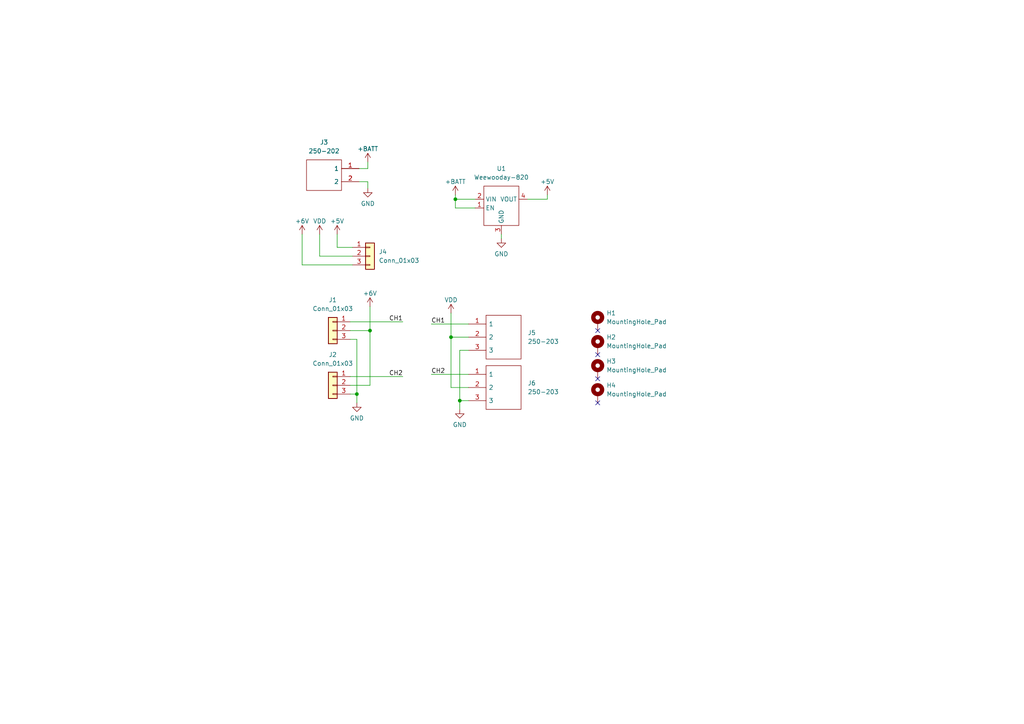
<source format=kicad_sch>
(kicad_sch (version 20211123) (generator eeschema)
  (paper "A4")
  (lib_symbols
    (symbol "Appreciate:250-202" (pin_names (offset 0.762))
      (property "Reference" "J" (at 16.51 7.62 0))
      (property "Value" "250-202" (at 16.51 5.08 0))
      (symbol "250-202_0_0"
        (pin passive line (at 0 0 0) (length 5.08) (name "1") (number "1"))
        (pin passive line (at 0 -3.81 0) (length 5.08) (name "2") (number "2"))
      )
      (symbol "250-202_0_1"
        (polyline (pts (xy 5.08 2.54) (xy 15.24 2.54) (xy 15.24 -6.35) (xy 5.08 -6.35) (xy 5.08 2.54)) (stroke (width 0.1524)))
      )
    )
    (symbol "Appreciate:250-203" (pin_names (offset 0.762))
      (property "Reference" "J" (at 16.51 7.62 0))
      (property "Value" "250-203" (at 16.51 5.08 0))
      (symbol "250-203_0_0"
        (pin passive line (at 0 0 0) (length 5.08) (name "1") (number "1"))
        (pin passive line (at 0 -3.81 0) (length 5.08) (name "2") (number "2"))
        (pin passive line (at 0 -7.62 0) (length 5.08) (name "3") (number "3"))
      )
      (symbol "250-203_0_1"
        (polyline (pts (xy 5.08 2.54) (xy 15.24 2.54) (xy 15.24 -10.16) (xy 5.08 -10.16) (xy 5.08 2.54)) (stroke (width 0.1524)))
      )
    )
    (symbol "Appreciate:Weewooday-820"
      (property "Reference" "U" (at 0 10.16 0))
      (property "Value" "Weewooday-820" (at 0 13.97 0))
      (symbol "Weewooday-820_0_1"
        (rectangle (start -5.08 11.43) (end 5.08 0))
      )
      (symbol "Weewooday-820_1_1"
        (pin input line (at -7.62 5.08 0) (length 2.54) (name "EN") (number "1"))
        (pin power_in line (at -7.62 7.62 0) (length 2.54) (name "VIN") (number "2"))
        (pin input line (at 0 -2.54 90) (length 2.54) (name "GND") (number "3"))
        (pin power_out line (at 7.62 7.62 180) (length 2.54) (name "VOUT") (number "4"))
      )
    )
    (symbol "Connector_Generic:Conn_01x03" (pin_names (offset 1.016) hide)
      (property "Reference" "J" (at 0 5.08 0))
      (property "Value" "Conn_01x03" (at 0 -5.08 0))
      (symbol "Conn_01x03_1_1"
        (rectangle (start -1.27 -2.413) (end 0 -2.667) (stroke (width 0.1524)))
        (rectangle (start -1.27 0.127) (end 0 -0.127) (stroke (width 0.1524)))
        (rectangle (start -1.27 2.667) (end 0 2.413) (stroke (width 0.1524)))
        (rectangle (start -1.27 3.81) (end 1.27 -3.81) (stroke (width 0.254)) (fill (type background)))
        (pin passive line (at -5.08 2.54 0) (length 3.81) (name "Pin_1") (number "1"))
        (pin passive line (at -5.08 0 0) (length 3.81) (name "Pin_2") (number "2"))
        (pin passive line (at -5.08 -2.54 0) (length 3.81) (name "Pin_3") (number "3"))
      )
    )
    (symbol "Mechanical:MountingHole_Pad" (pin_numbers hide) (pin_names (offset 1.016) hide)
      (property "Reference" "H" (at 0 6.35 0))
      (property "Value" "MountingHole_Pad" (at 0 4.445 0))
      (symbol "MountingHole_Pad_0_1"
        (circle (center 0 1.27) (radius 1.27) (stroke (width 1.27)))
      )
      (symbol "MountingHole_Pad_1_1"
        (pin input line (at 0 -2.54 90) (length 2.54) (name "1") (number "1"))
      )
    )
    (symbol "power:+5V" (power) (pin_names (offset 0))
      (property "Value" "+5V" (at 0 3.556 0))
      (symbol "+5V_0_1"
        (polyline (pts (xy -0.762 1.27) (xy 0 2.54)))
        (polyline (pts (xy 0 0) (xy 0 2.54)))
        (polyline (pts (xy 0 2.54) (xy 0.762 1.27)))
      )
      (symbol "+5V_1_1"
        (pin power_in line (at 0 0 90) (length 0) hide (name "+5V") (number "1"))
      )
    )
    (symbol "power:+6V" (power) (pin_names (offset 0))
      (property "Value" "+6V" (at 0 3.556 0))
      (symbol "+6V_0_1"
        (polyline (pts (xy -0.762 1.27) (xy 0 2.54)))
        (polyline (pts (xy 0 0) (xy 0 2.54)))
        (polyline (pts (xy 0 2.54) (xy 0.762 1.27)))
      )
      (symbol "+6V_1_1"
        (pin power_in line (at 0 0 90) (length 0) hide (name "+6V") (number "1"))
      )
    )
    (symbol "power:+BATT" (power) (pin_names (offset 0))
      (property "Value" "+BATT" (at 0 3.556 0))
      (symbol "+BATT_0_1"
        (polyline (pts (xy -0.762 1.27) (xy 0 2.54)))
        (polyline (pts (xy 0 0) (xy 0 2.54)))
        (polyline (pts (xy 0 2.54) (xy 0.762 1.27)))
      )
      (symbol "+BATT_1_1"
        (pin power_in line (at 0 0 90) (length 0) hide (name "+BATT") (number "1"))
      )
    )
    (symbol "power:GND" (power) (pin_names (offset 0))
      (property "Value" "GND" (at 0 -3.81 0))
      (symbol "GND_0_1"
        (polyline (pts (xy 0 0) (xy 0 -1.27) (xy 1.27 -1.27) (xy 0 -2.54) (xy -1.27 -1.27) (xy 0 -1.27)))
      )
      (symbol "GND_1_1"
        (pin power_in line (at 0 0 270) (length 0) hide (name "GND") (number "1"))
      )
    )
    (symbol "power:VDD" (power) (pin_names (offset 0))
      (property "Value" "VDD" (at 0 3.81 0))
      (symbol "VDD_0_1"
        (polyline (pts (xy -0.762 1.27) (xy 0 2.54)))
        (polyline (pts (xy 0 0) (xy 0 2.54)))
        (polyline (pts (xy 0 2.54) (xy 0.762 1.27)))
      )
      (symbol "VDD_1_1"
        (pin power_in line (at 0 0 90) (length 0) hide (name "VDD") (number "1"))
      )
    )
  )
  (junction (at 103.505 114.3))
  (junction (at 130.81 97.79))
  (junction (at 132.08 57.785))
  (junction (at 133.35 116.205))
  (junction (at 107.315 95.885))
  (no_connect (at 173.355 95.885))
  (no_connect (at 173.355 102.87))
  (no_connect (at 173.355 109.855))
  (no_connect (at 173.355 116.84))
  (wire (pts (xy 107.315 95.885) (xy 107.315 111.76)))
  (wire (pts (xy 107.315 88.9) (xy 107.315 95.885)))
  (wire (pts (xy 101.6 95.885) (xy 107.315 95.885)))
  (wire (pts (xy 103.505 98.425) (xy 103.505 114.3)))
  (wire (pts (xy 132.08 57.785) (xy 137.795 57.785)))
  (wire (pts (xy 133.35 116.205) (xy 133.35 101.6)))
  (wire (pts (xy 106.68 46.99) (xy 106.68 48.895)))
  (wire (pts (xy 92.71 74.295) (xy 92.71 67.945)))
  (wire (pts (xy 132.08 57.785) (xy 132.08 60.325)))
  (wire (pts (xy 101.6 114.3) (xy 103.505 114.3)))
  (wire (pts (xy 103.505 114.3) (xy 103.505 116.84)))
  (wire (pts (xy 102.235 74.295) (xy 92.71 74.295)))
  (wire (pts (xy 132.08 60.325) (xy 137.795 60.325)))
  (wire (pts (xy 101.6 109.22) (xy 116.84 109.22)))
  (wire (pts (xy 145.415 67.945) (xy 145.415 69.215)))
  (wire (pts (xy 125.095 108.585) (xy 135.89 108.585)))
  (wire (pts (xy 135.89 112.395) (xy 130.81 112.395)))
  (wire (pts (xy 130.81 97.79) (xy 135.89 97.79)))
  (wire (pts (xy 133.35 118.745) (xy 133.35 116.205)))
  (wire (pts (xy 133.35 116.205) (xy 135.89 116.205)))
  (wire (pts (xy 101.6 93.345) (xy 116.84 93.345)))
  (wire (pts (xy 158.75 56.515) (xy 158.75 57.785)))
  (wire (pts (xy 132.08 56.515) (xy 132.08 57.785)))
  (wire (pts (xy 133.35 101.6) (xy 135.89 101.6)))
  (wire (pts (xy 101.6 98.425) (xy 103.505 98.425)))
  (wire (pts (xy 130.81 112.395) (xy 130.81 97.79)))
  (wire (pts (xy 97.79 71.755) (xy 97.79 67.945)))
  (wire (pts (xy 130.81 90.805) (xy 130.81 97.79)))
  (wire (pts (xy 106.68 52.705) (xy 106.68 54.61)))
  (wire (pts (xy 106.68 48.895) (xy 104.14 48.895)))
  (wire (pts (xy 107.315 111.76) (xy 101.6 111.76)))
  (wire (pts (xy 102.235 71.755) (xy 97.79 71.755)))
  (wire (pts (xy 125.095 93.98) (xy 135.89 93.98)))
  (wire (pts (xy 104.14 52.705) (xy 106.68 52.705)))
  (wire (pts (xy 158.75 57.785) (xy 153.035 57.785)))
  (wire (pts (xy 87.63 76.835) (xy 102.235 76.835)))
  (wire (pts (xy 87.63 67.945) (xy 87.63 76.835)))
  (label "CH2" (at 125.095 108.585 0))
  (label "CH2" (at 116.84 109.22 180))
  (label "CH1" (at 125.095 93.98 0))
  (label "CH1" (at 116.84 93.345 180))
  (symbol (lib_id "Appreciate:250-203") (at 135.89 93.98 0) (unit 1)
    (property "Reference" "J5" (at 153.035 96.5199 0) (effects (justify left)))
    (property "Value" "250-203" (at 153.035 99.0599 0) (effects (justify left)))
    (property "Footprint" "Appreciate:250-203_1" (effects hide))
    (property "Datasheet" "https://componentsearchengine.com/Datasheets/2/250-203.pdf" (effects hide))
    (property "Description" "WAGO - 250-203. - TERMINAL BLOCK, WIRE TO BRD, 3POS, 16AWG" (effects hide))
    (property "Manufacturer_Name" "Wago" (effects hide))
    (property "Manufacturer_Part_Number" "250-203" (effects hide))
  )
  (symbol (lib_id "power:+6V") (at 87.63 67.945 0) (unit 1)
    (property "Reference" "#PWR01" (effects hide))
    (property "Value" "+6V" (at 87.63 64.135 0))
  )
  (symbol (lib_id "power:GND") (at 103.505 116.84 0) (unit 1)
    (property "Reference" "#PWR04" (effects hide))
    (property "Value" "GND" (at 103.505 121.285 0))
  )
  (symbol (lib_id "power:+BATT") (at 106.68 46.99 0) (unit 1)
    (property "Reference" "#PWR05" (effects hide))
    (property "Value" "+BATT" (at 106.68 43.18 0))
  )
  (symbol (lib_id "Mechanical:MountingHole_Pad") (at 173.355 107.315 0) (unit 1)
    (property "Reference" "H3" (at 175.895 104.7749 0) (effects (justify left)))
    (property "Value" "MountingHole_Pad" (at 175.895 107.3149 0) (effects (justify left)))
    (property "Footprint" "MountingHole:MountingHole_2.2mm_M2_ISO7380_Pad" (effects hide))
  )
  (symbol (lib_id "Mechanical:MountingHole_Pad") (at 173.355 100.33 0) (unit 1)
    (property "Reference" "H2" (at 175.895 97.7899 0) (effects (justify left)))
    (property "Value" "MountingHole_Pad" (at 175.895 100.3299 0) (effects (justify left)))
    (property "Footprint" "MountingHole:MountingHole_2.2mm_M2_ISO7380_Pad" (effects hide))
  )
  (symbol (lib_id "power:GND") (at 145.415 69.215 0) (unit 1)
    (property "Reference" "#PWR010" (effects hide))
    (property "Value" "GND" (at 145.415 73.66 0))
  )
  (symbol (lib_id "Connector_Generic:Conn_01x03") (at 107.315 74.295 0) (unit 1)
    (property "Reference" "J4" (at 109.855 73.0249 0) (effects (justify left)))
    (property "Value" "Conn_01x03" (at 109.855 75.5649 0) (effects (justify left)))
    (property "Footprint" "Connector_PinHeader_2.54mm:PinHeader_1x03_P2.54mm_Vertical" (effects hide))
  )
  (symbol (lib_id "Appreciate:Weewooday-820") (at 145.415 65.405 0) (unit 1)
    (property "Reference" "U1" (at 145.415 48.895 0))
    (property "Value" "Weewooday-820" (at 145.415 51.435 0))
    (property "Footprint" "Appreciate:Weewooday-820" (effects hide))
  )
  (symbol (lib_id "Connector_Generic:Conn_01x03") (at 96.52 95.885 0) (mirror y) (unit 1)
    (property "Reference" "J1" (at 96.52 86.995 0))
    (property "Value" "Conn_01x03" (at 96.52 89.535 0))
    (property "Footprint" "Connector_PinHeader_2.54mm:PinHeader_1x03_P2.54mm_Vertical" (effects hide))
  )
  (symbol (lib_id "power:+5V") (at 158.75 56.515 0) (unit 1)
    (property "Reference" "#PWR011" (effects hide))
    (property "Value" "+5V" (at 158.75 52.705 0))
  )
  (symbol (lib_id "Appreciate:250-202") (at 104.14 48.895 0) (mirror y) (unit 1)
    (property "Reference" "J3" (at 93.98 41.275 0))
    (property "Value" "250-202" (at 93.98 43.815 0))
    (property "Footprint" "Appreciate:250202" (effects hide))
    (property "Datasheet" "https://www.wago.com/gb/pcb-terminal-blocks-and-pluggable-connectors/1-conductor-pcb-terminal-strip/p/250-202" (effects hide))
    (property "Description" "Wago 250 Series, Female 2 Pole 2 Way PCB Terminal Strip, PCB Mount" (effects hide))
    (property "Height" "13.1" (effects hide))
    (property "Manufacturer_Name" "Wago" (effects hide))
    (property "Manufacturer_Part_Number" "250-202" (effects hide))
  )
  (symbol (lib_id "power:GND") (at 133.35 118.745 0) (unit 1)
    (property "Reference" "#PWR09" (effects hide))
    (property "Value" "GND" (at 133.35 123.19 0))
  )
  (symbol (lib_id "Mechanical:MountingHole_Pad") (at 173.355 93.345 0) (unit 1)
    (property "Reference" "H1" (at 175.895 90.8049 0) (effects (justify left)))
    (property "Value" "MountingHole_Pad" (at 175.895 93.3449 0) (effects (justify left)))
    (property "Footprint" "MountingHole:MountingHole_2.2mm_M2_ISO7380_Pad" (effects hide))
  )
  (symbol (lib_id "Appreciate:250-203") (at 135.89 108.585 0) (unit 1)
    (property "Reference" "J6" (at 153.035 111.1249 0) (effects (justify left)))
    (property "Value" "250-203" (at 153.035 113.6649 0) (effects (justify left)))
    (property "Footprint" "Appreciate:250-203_1" (effects hide))
    (property "Datasheet" "https://componentsearchengine.com/Datasheets/2/250-203.pdf" (effects hide))
    (property "Description" "WAGO - 250-203. - TERMINAL BLOCK, WIRE TO BRD, 3POS, 16AWG" (effects hide))
    (property "Manufacturer_Name" "Wago" (effects hide))
    (property "Manufacturer_Part_Number" "250-203" (effects hide))
  )
  (symbol (lib_id "power:VDD") (at 130.81 90.805 0) (unit 1)
    (property "Reference" "#PWR07" (effects hide))
    (property "Value" "VDD" (at 130.81 86.995 0))
  )
  (symbol (lib_id "Connector_Generic:Conn_01x03") (at 96.52 111.76 0) (mirror y) (unit 1)
    (property "Reference" "J2" (at 96.52 102.87 0))
    (property "Value" "Conn_01x03" (at 96.52 105.41 0))
    (property "Footprint" "Connector_PinHeader_2.54mm:PinHeader_1x03_P2.54mm_Vertical" (effects hide))
  )
  (symbol (lib_id "Mechanical:MountingHole_Pad") (at 173.355 114.3 0) (unit 1)
    (property "Reference" "H4" (at 175.895 111.7599 0) (effects (justify left)))
    (property "Value" "MountingHole_Pad" (at 175.895 114.2999 0) (effects (justify left)))
    (property "Footprint" "MountingHole:MountingHole_2.2mm_M2_ISO7380_Pad" (effects hide))
  )
  (symbol (lib_id "power:GND") (at 106.68 54.61 0) (unit 1)
    (property "Reference" "#PWR06" (effects hide))
    (property "Value" "GND" (at 106.68 59.055 0))
  )
  (symbol (lib_id "power:VDD") (at 92.71 67.945 0) (unit 1)
    (property "Reference" "#PWR02" (effects hide))
    (property "Value" "VDD" (at 92.71 64.135 0))
  )
  (symbol (lib_id "power:+5V") (at 97.79 67.945 0) (unit 1)
    (property "Reference" "#PWR03" (effects hide))
    (property "Value" "+5V" (at 97.79 64.135 0))
  )
  (symbol (lib_id "power:+6V") (at 107.315 88.9 0) (unit 1)
    (property "Reference" "#PWR?" (effects hide))
    (property "Value" "+6V" (at 107.315 85.09 0))
  )
  (symbol (lib_id "power:+BATT") (at 132.08 56.515 0) (unit 1)
    (property "Reference" "#PWR08" (effects hide))
    (property "Value" "+BATT" (at 132.08 52.705 0))
  )
)
</source>
